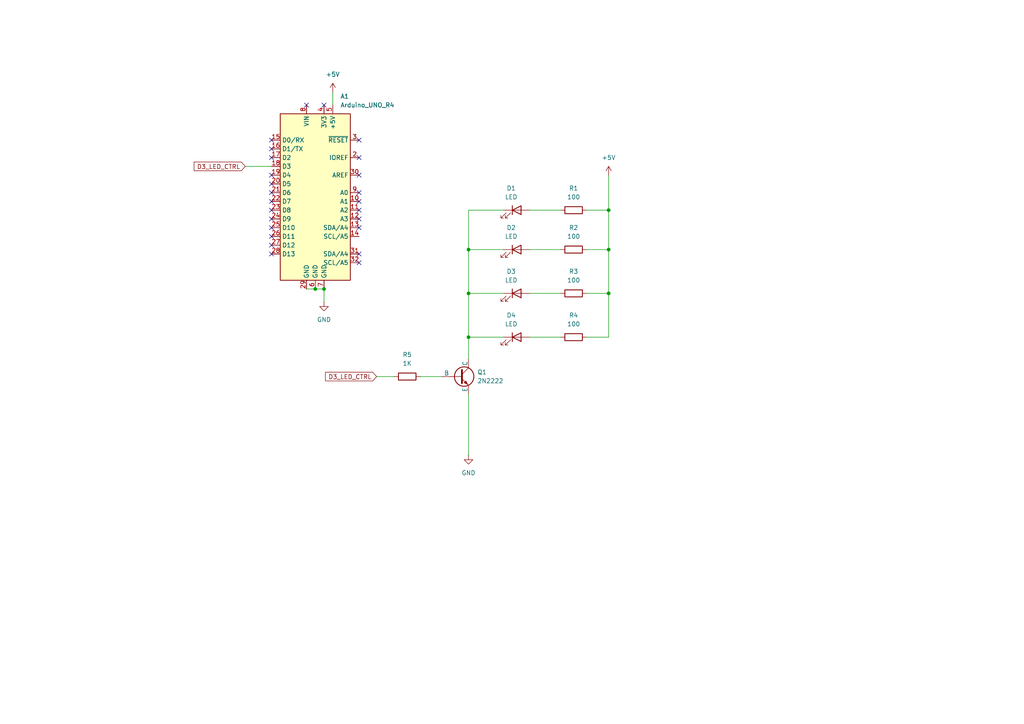
<source format=kicad_sch>
(kicad_sch (version 20231120) (generator "eeschema") (generator_version "8.0")
  (paper "A4")
  (lib_symbols
    (symbol "Device:LED" (pin_numbers hide) (pin_names (offset 1.016) hide)
      (property "Reference" "D" (at 0 2.54 0))
      (property "Value" "LED" (at 0 -2.54 0))
      (symbol "LED_0_1"
        (polyline (pts (xy -1.27 -1.27) (xy -1.27 1.27)) (stroke (width 0.254)))
        (polyline (pts (xy -1.27 0) (xy 1.27 0)))
        (polyline (pts (xy 1.27 -1.27) (xy 1.27 1.27) (xy -1.27 0) (xy 1.27 -1.27)) (stroke (width 0.254)))
        (polyline (pts (xy -3.048 -0.762) (xy -4.572 -2.286) (xy -3.81 -2.286) (xy -4.572 -2.286) (xy -4.572 -1.524)))
        (polyline (pts (xy -1.778 -0.762) (xy -3.302 -2.286) (xy -2.54 -2.286) (xy -3.302 -2.286) (xy -3.302 -1.524)))
      )
      (symbol "LED_1_1"
        (pin passive line (at -3.81 0 0) (length 2.54) (name "K") (number "1"))
        (pin passive line (at 3.81 0 180) (length 2.54) (name "A") (number "2"))
      )
    )
    (symbol "Device:R" (pin_numbers hide) (pin_names (offset 0))
      (property "Reference" "R" (at 2.032 0 90))
      (property "Value" "R" (at 0 0 90))
      (symbol "R_0_1"
        (rectangle (start -1.016 -2.54) (end 1.016 2.54) (stroke (width 0.254)))
      )
      (symbol "R_1_1"
        (pin passive line (at 0 3.81 270) (length 1.27) (name "~") (number "1"))
        (pin passive line (at 0 -3.81 90) (length 1.27) (name "~") (number "2"))
      )
    )
    (symbol "MCU_Module:Arduino_UNO_R3"
      (property "Reference" "A" (at -10.16 23.495 0))
      (property "Value" "Arduino_UNO_R3" (at 5.08 -26.67 0))
      (symbol "Arduino_UNO_R3_0_1"
        (rectangle (start -10.16 22.86) (end 10.16 -25.4) (stroke (width 0.254)) (fill (type background)))
      )
      (symbol "Arduino_UNO_R3_1_1"
        (pin no_connect line (at -10.16 -20.32 0) (length 2.54) hide (name "NC") (number "1"))
        (pin bidirectional line (at 12.7 -2.54 180) (length 2.54) (name "A1") (number "10"))
        (pin bidirectional line (at 12.7 -5.08 180) (length 2.54) (name "A2") (number "11"))
        (pin bidirectional line (at 12.7 -7.62 180) (length 2.54) (name "A3") (number "12"))
        (pin bidirectional line (at 12.7 -10.16 180) (length 2.54) (name "SDA/A4") (number "13"))
        (pin bidirectional line (at 12.7 -12.7 180) (length 2.54) (name "SCL/A5") (number "14"))
        (pin bidirectional line (at -12.7 15.24 0) (length 2.54) (name "D0/RX") (number "15"))
        (pin bidirectional line (at -12.7 12.7 0) (length 2.54) (name "D1/TX") (number "16"))
        (pin bidirectional line (at -12.7 10.16 0) (length 2.54) (name "D2") (number "17"))
        (pin bidirectional line (at -12.7 7.62 0) (length 2.54) (name "D3") (number "18"))
        (pin bidirectional line (at -12.7 5.08 0) (length 2.54) (name "D4") (number "19"))
        (pin output line (at 12.7 10.16 180) (length 2.54) (name "IOREF") (number "2"))
        (pin bidirectional line (at -12.7 2.54 0) (length 2.54) (name "D5") (number "20"))
        (pin bidirectional line (at -12.7 0 0) (length 2.54) (name "D6") (number "21"))
        (pin bidirectional line (at -12.7 -2.54 0) (length 2.54) (name "D7") (number "22"))
        (pin bidirectional line (at -12.7 -5.08 0) (length 2.54) (name "D8") (number "23"))
        (pin bidirectional line (at -12.7 -7.62 0) (length 2.54) (name "D9") (number "24"))
        (pin bidirectional line (at -12.7 -10.16 0) (length 2.54) (name "D10") (number "25"))
        (pin bidirectional line (at -12.7 -12.7 0) (length 2.54) (name "D11") (number "26"))
        (pin bidirectional line (at -12.7 -15.24 0) (length 2.54) (name "D12") (number "27"))
        (pin bidirectional line (at -12.7 -17.78 0) (length 2.54) (name "D13") (number "28"))
        (pin power_in line (at -2.54 -27.94 90) (length 2.54) (name "GND") (number "29"))
        (pin input line (at 12.7 15.24 180) (length 2.54) (name "~{RESET}") (number "3"))
        (pin input line (at 12.7 5.08 180) (length 2.54) (name "AREF") (number "30"))
        (pin bidirectional line (at 12.7 -17.78 180) (length 2.54) (name "SDA/A4") (number "31"))
        (pin bidirectional line (at 12.7 -20.32 180) (length 2.54) (name "SCL/A5") (number "32"))
        (pin power_out line (at 2.54 25.4 270) (length 2.54) (name "3V3") (number "4"))
        (pin power_out line (at 5.08 25.4 270) (length 2.54) (name "+5V") (number "5"))
        (pin power_in line (at 0 -27.94 90) (length 2.54) (name "GND") (number "6"))
        (pin power_in line (at 2.54 -27.94 90) (length 2.54) (name "GND") (number "7"))
        (pin power_in line (at -2.54 25.4 270) (length 2.54) (name "VIN") (number "8"))
        (pin bidirectional line (at 12.7 0 180) (length 2.54) (name "A0") (number "9"))
      )
    )
    (symbol "Simulation_SPICE:NPN" (pin_numbers hide) (pin_names (offset 0))
      (property "Reference" "Q" (at -2.54 7.62 0))
      (property "Value" "NPN" (at -2.54 5.08 0))
      (symbol "NPN_0_1"
        (polyline (pts (xy -2.54 0) (xy 0.635 0)) (stroke (width 0.1524)))
        (polyline (pts (xy 0.635 0.635) (xy 2.54 2.54)))
        (polyline (pts (xy 2.794 -1.27) (xy 2.794 -1.27)) (stroke (width 0.1524)))
        (polyline (pts (xy 2.794 -1.27) (xy 2.794 -1.27)) (stroke (width 0.1524)))
        (polyline (pts (xy 0.635 -0.635) (xy 2.54 -2.54) (xy 2.54 -2.54)))
        (polyline (pts (xy 0.635 1.905) (xy 0.635 -1.905) (xy 0.635 -1.905)) (stroke (width 0.508)))
        (polyline (pts (xy 1.27 -1.778) (xy 1.778 -1.27) (xy 2.286 -2.286) (xy 1.27 -1.778) (xy 1.27 -1.778)) (fill (type outline)))
        (circle (center 1.27 0) (radius 2.8194) (stroke (width 0.254)))
      )
      (symbol "NPN_1_1"
        (pin open_collector line (at 2.54 5.08 270) (length 2.54) (name "C") (number "1"))
        (pin input line (at -5.08 0 0) (length 2.54) (name "B") (number "2"))
        (pin open_emitter line (at 2.54 -5.08 90) (length 2.54) (name "E") (number "3"))
      )
    )
    (symbol "power:+5V" (power) (pin_numbers hide) (pin_names (offset 0) hide)
      (property "Value" "+5V" (at 0 3.556 0))
      (symbol "+5V_0_1"
        (polyline (pts (xy -0.762 1.27) (xy 0 2.54)))
        (polyline (pts (xy 0 0) (xy 0 2.54)))
        (polyline (pts (xy 0 2.54) (xy 0.762 1.27)))
      )
      (symbol "+5V_1_1"
        (pin power_in line (at 0 0 90) (length 0) (name "~") (number "1"))
      )
    )
    (symbol "power:GND" (power) (pin_numbers hide) (pin_names (offset 0) hide)
      (property "Value" "GND" (at 0 -3.81 0))
      (symbol "GND_0_1"
        (polyline (pts (xy 0 0) (xy 0 -1.27) (xy 1.27 -1.27) (xy 0 -2.54) (xy -1.27 -1.27) (xy 0 -1.27)))
      )
      (symbol "GND_1_1"
        (pin power_in line (at 0 0 270) (length 0) (name "~") (number "1"))
      )
    )
  )
  (junction (at 91.44 83.82))
  (junction (at 135.89 85.09))
  (junction (at 135.89 97.79))
  (junction (at 93.98 83.82))
  (junction (at 176.53 85.09))
  (junction (at 176.53 60.96))
  (junction (at 176.53 72.39))
  (junction (at 135.89 72.39))
  (no_connect (at 104.14 40.64))
  (no_connect (at 78.74 40.64))
  (no_connect (at 78.74 73.66))
  (no_connect (at 93.98 30.48))
  (no_connect (at 78.74 68.58))
  (no_connect (at 104.14 58.42))
  (no_connect (at 104.14 63.5))
  (no_connect (at 104.14 66.04))
  (no_connect (at 104.14 60.96))
  (no_connect (at 78.74 50.8))
  (no_connect (at 78.74 45.72))
  (no_connect (at 104.14 50.8))
  (no_connect (at 78.74 55.88))
  (no_connect (at 78.74 60.96))
  (no_connect (at 88.9 30.48))
  (no_connect (at 104.14 76.2))
  (no_connect (at 78.74 58.42))
  (no_connect (at 78.74 66.04))
  (no_connect (at 104.14 55.88))
  (no_connect (at 78.74 43.18))
  (no_connect (at 104.14 45.72))
  (no_connect (at 78.74 71.12))
  (no_connect (at 104.14 73.66))
  (no_connect (at 78.74 63.5))
  (no_connect (at 78.74 53.34))
  (wire (pts (xy 135.89 97.79) (xy 135.89 104.14)))
  (wire (pts (xy 176.53 85.09) (xy 176.53 97.79)))
  (wire (pts (xy 135.89 72.39) (xy 135.89 85.09)))
  (wire (pts (xy 109.22 109.22) (xy 114.3 109.22)))
  (wire (pts (xy 176.53 72.39) (xy 176.53 85.09)))
  (wire (pts (xy 153.67 72.39) (xy 162.56 72.39)))
  (wire (pts (xy 93.98 83.82) (xy 93.98 87.63)))
  (wire (pts (xy 96.52 26.67) (xy 96.52 30.48)))
  (wire (pts (xy 170.18 97.79) (xy 176.53 97.79)))
  (wire (pts (xy 121.92 109.22) (xy 128.27 109.22)))
  (wire (pts (xy 146.05 60.96) (xy 135.89 60.96)))
  (wire (pts (xy 71.12 48.26) (xy 78.74 48.26)))
  (wire (pts (xy 135.89 114.3) (xy 135.89 132.08)))
  (wire (pts (xy 153.67 85.09) (xy 162.56 85.09)))
  (wire (pts (xy 88.9 83.82) (xy 91.44 83.82)))
  (wire (pts (xy 135.89 85.09) (xy 146.05 85.09)))
  (wire (pts (xy 135.89 60.96) (xy 135.89 72.39)))
  (wire (pts (xy 170.18 85.09) (xy 176.53 85.09)))
  (wire (pts (xy 176.53 60.96) (xy 176.53 72.39)))
  (wire (pts (xy 170.18 72.39) (xy 176.53 72.39)))
  (wire (pts (xy 135.89 85.09) (xy 135.89 97.79)))
  (wire (pts (xy 135.89 97.79) (xy 146.05 97.79)))
  (wire (pts (xy 153.67 97.79) (xy 162.56 97.79)))
  (wire (pts (xy 135.89 72.39) (xy 146.05 72.39)))
  (wire (pts (xy 91.44 83.82) (xy 93.98 83.82)))
  (wire (pts (xy 176.53 50.8) (xy 176.53 60.96)))
  (wire (pts (xy 170.18 60.96) (xy 176.53 60.96)))
  (wire (pts (xy 153.67 60.96) (xy 162.56 60.96)))
  (global_label "D3_LED_CTRL" (shape input) (at 109.22 109.22 180) (property "Intersheetrefs" "${INTERSHEET_REFS}" (effects (hide yes))))
  (global_label "D3_LED_CTRL" (shape input) (at 71.12 48.26 180) (property "Intersheetrefs" "${INTERSHEET_REFS}" (effects (hide yes))))
  (symbol (lib_id "Device:R") (at 118.11 109.22 90) (unit 1)
    (property "Reference" "R5" (at 118.11 102.87 90))
    (property "Value" "1K" (at 118.11 105.41 90))
    (property "Description" "Resistor" (effects (hide yes)))
  )
  (symbol (lib_id "Device:LED") (at 149.86 85.09 0) (unit 1)
    (property "Reference" "D3" (at 148.2725 78.74 0))
    (property "Value" "LED" (at 148.2725 81.28 0))
    (property "Description" "Light emitting diode" (effects (hide yes)))
  )
  (symbol (lib_id "Device:LED") (at 149.86 97.79 0) (unit 1)
    (property "Reference" "D4" (at 148.2725 91.44 0))
    (property "Value" "LED" (at 148.2725 93.98 0))
    (property "Description" "Light emitting diode" (effects (hide yes)))
  )
  (symbol (lib_id "Device:LED") (at 149.86 60.96 0) (unit 1)
    (property "Reference" "D1" (at 148.2725 54.61 0))
    (property "Value" "LED" (at 148.2725 57.15 0))
    (property "Description" "Light emitting diode" (effects (hide yes)))
  )
  (symbol (lib_id "Device:R") (at 166.37 97.79 90) (unit 1)
    (property "Reference" "R4" (at 166.37 91.44 90))
    (property "Value" "100" (at 166.37 93.98 90))
    (property "Description" "Resistor" (effects (hide yes)))
  )
  (symbol (lib_id "Device:R") (at 166.37 85.09 90) (unit 1)
    (property "Reference" "R3" (at 166.37 78.74 90))
    (property "Value" "100" (at 166.37 81.28 90))
    (property "Description" "Resistor" (effects (hide yes)))
  )
  (symbol (lib_id "Device:LED") (at 149.86 72.39 0) (unit 1)
    (property "Reference" "D2" (at 148.2725 66.04 0))
    (property "Value" "LED" (at 148.2725 68.58 0))
    (property "Description" "Light emitting diode" (effects (hide yes)))
  )
  (symbol (lib_id "power:GND") (at 93.98 87.63 0) (unit 1)
    (property "Reference" "#PWR04" (effects (hide yes)))
    (property "Value" "GND" (at 93.98 92.71 0))
    (property "Description" "Power symbol creates a global label with name \"GND\" , ground" (effects (hide yes)))
  )
  (symbol (lib_id "power:+5V") (at 176.53 50.8 0) (unit 1)
    (property "Reference" "#PWR01" (effects (hide yes)))
    (property "Value" "+5V" (at 176.53 45.72 0))
    (property "Description" "Power symbol creates a global label with name \"+5V\"" (effects (hide yes)))
  )
  (symbol (lib_id "power:+5V") (at 96.52 26.67 0) (unit 1)
    (property "Reference" "#PWR03" (effects (hide yes)))
    (property "Value" "+5V" (at 96.52 21.59 0))
    (property "Description" "Power symbol creates a global label with name \"+5V\"" (effects (hide yes)))
  )
  (symbol (lib_id "Device:R") (at 166.37 60.96 90) (unit 1)
    (property "Reference" "R1" (at 166.37 54.61 90))
    (property "Value" "100" (at 166.37 57.15 90))
    (property "Description" "Resistor" (effects (hide yes)))
  )
  (symbol (lib_id "MCU_Module:Arduino_UNO_R3") (at 91.44 55.88 0) (unit 1)
    (property "Reference" "A1" (at 98.7141 27.94 0) (effects (justify left)))
    (property "Value" "Arduino_UNO_R4" (at 98.7141 30.48 0) (effects (justify left)))
    (property "Footprint" "Module:Arduino_UNO_R3" (effects (hide yes)))
    (property "Datasheet" "https://www.arduino.cc/en/Main/arduinoBoardUno" (effects (hide yes)))
    (property "Description" "Arduino UNO Microcontroller Module, release 3" (effects (hide yes)))
  )
  (symbol (lib_id "Simulation_SPICE:NPN") (at 133.35 109.22 0) (unit 1)
    (property "Reference" "Q1" (at 138.43 107.9499 0) (effects (justify left)))
    (property "Value" "2N2222" (at 138.43 110.4899 0) (effects (justify left)))
    (property "Datasheet" "https://ngspice.sourceforge.io/docs/ngspice-html-manual/manual.xhtml#cha_BJTs" (effects (hide yes)))
    (property "Description" "Bipolar transistor symbol for simulation only, substrate tied to the emitter" (effects (hide yes)))
    (property "Sim.Device" "NPN" (effects (hide yes)))
    (property "Sim.Type" "GUMMELPOON" (effects (hide yes)))
    (property "Sim.Pins" "1=C 2=B 3=E" (effects (hide yes)))
  )
  (symbol (lib_id "power:GND") (at 135.89 132.08 0) (unit 1)
    (property "Reference" "#PWR02" (effects (hide yes)))
    (property "Value" "GND" (at 135.89 137.16 0))
    (property "Description" "Power symbol creates a global label with name \"GND\" , ground" (effects (hide yes)))
  )
  (symbol (lib_id "Device:R") (at 166.37 72.39 90) (unit 1)
    (property "Reference" "R2" (at 166.37 66.04 90))
    (property "Value" "100" (at 166.37 68.58 90))
    (property "Description" "Resistor" (effects (hide yes)))
  )
)
</source>
